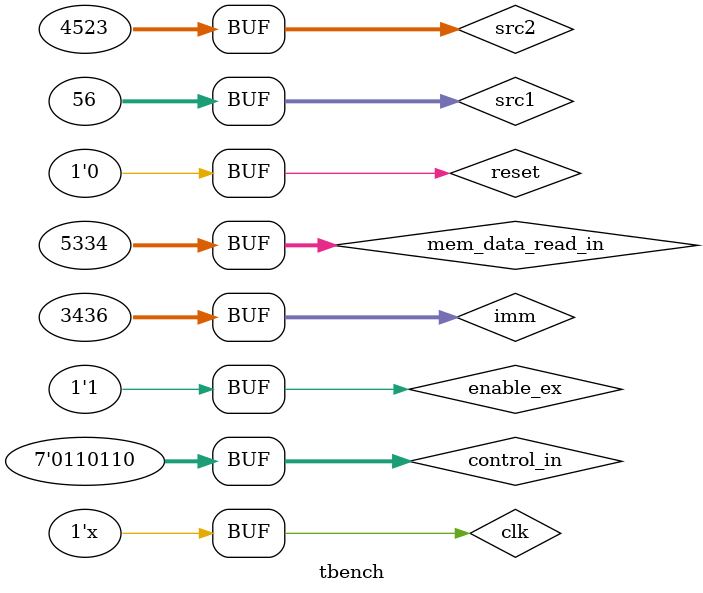
<source format=v>
`timescale 1ns / 1ps

module tbench;
reg clk,reset,enable_ex;
reg [31:0] src1,src2,imm,mem_data_read_in;
reg [6:0] control_in;
wire mem_data_wr_en;
wire [31:0]mem_data_write_out,aluout;
wire carry;

final f1(clk,reset,enable_ex,src1,src2,imm,mem_data_read_in,control_in,mem_data_wr_en,mem_data_write_out,aluout,carry);
initial
begin
reset=1;
clk=0;
enable_ex=1;
src1=5756;
src2=423523;
imm=346436;
mem_data_read_in=534534;
control_in=34;
#2;

reset=0;
clk=0;
enable_ex=1;
src1=5421;
src2=424234;
imm=34654;
mem_data_read_in=345;
control_in=12;
#2;

reset=0;
enable_ex=1;
src1=60;
src2=89;
imm=332;
mem_data_read_in=532;
control_in=5;
#2;

reset=0;
enable_ex=1;
src1=89;
src2=123;
imm=234;
mem_data_read_in=55435;
control_in=6;
#2;

reset=0;
enable_ex=1;
src1=99;
src2=490;
imm=3412;
mem_data_read_in=531;
control_in=323;
#2;

reset=0;
enable_ex=1;
src1=589;
src2=4298;
imm=3476;
mem_data_read_in=509;
control_in=8;
#2;

reset=0;
enable_ex=1;
src1=56;
src2=47;
imm=34;
mem_data_read_in=534;
control_in=39;
#2;

reset=0;
enable_ex=1;
src1=57;
src2=4523;
imm=3436;
mem_data_read_in=534;
control_in=4;
#2;

reset=0;
enable_ex=1;
src1=56;
src2=4523;
imm=3436;
mem_data_read_in=5334;
control_in=54;
#2;

end
always
#1
clk=~clk;
endmodule

</source>
